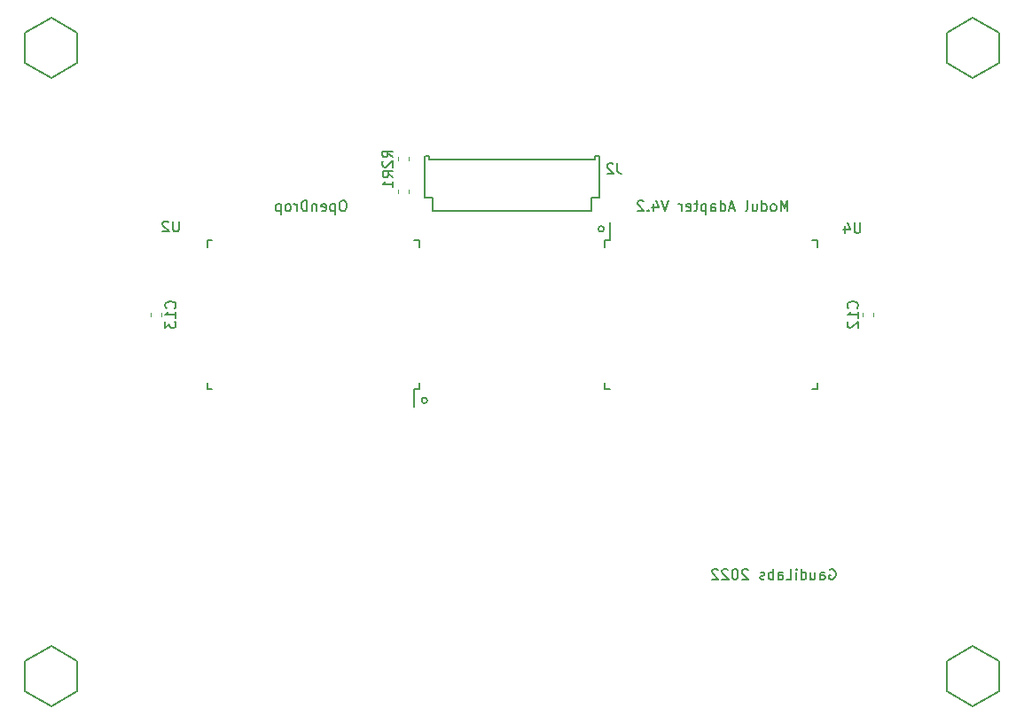
<source format=gbr>
G04 #@! TF.GenerationSoftware,KiCad,Pcbnew,5.1.5+dfsg1-2build2*
G04 #@! TF.CreationDate,2022-05-25T15:14:24+02:00*
G04 #@! TF.ProjectId,ModulAdapter,4d6f6475-6c41-4646-9170-7465722e6b69,rev?*
G04 #@! TF.SameCoordinates,Original*
G04 #@! TF.FileFunction,Legend,Bot*
G04 #@! TF.FilePolarity,Positive*
%FSLAX46Y46*%
G04 Gerber Fmt 4.6, Leading zero omitted, Abs format (unit mm)*
G04 Created by KiCad (PCBNEW 5.1.5+dfsg1-2build2) date 2022-05-25 15:14:24*
%MOMM*%
%LPD*%
G04 APERTURE LIST*
%ADD10C,0.150000*%
%ADD11C,0.120000*%
G04 APERTURE END LIST*
D10*
X130326933Y-123833200D02*
X130422171Y-123785580D01*
X130565028Y-123785580D01*
X130707885Y-123833200D01*
X130803123Y-123928438D01*
X130850742Y-124023676D01*
X130898361Y-124214152D01*
X130898361Y-124357009D01*
X130850742Y-124547485D01*
X130803123Y-124642723D01*
X130707885Y-124737961D01*
X130565028Y-124785580D01*
X130469790Y-124785580D01*
X130326933Y-124737961D01*
X130279314Y-124690342D01*
X130279314Y-124357009D01*
X130469790Y-124357009D01*
X129422171Y-124785580D02*
X129422171Y-124261771D01*
X129469790Y-124166533D01*
X129565028Y-124118914D01*
X129755504Y-124118914D01*
X129850742Y-124166533D01*
X129422171Y-124737961D02*
X129517409Y-124785580D01*
X129755504Y-124785580D01*
X129850742Y-124737961D01*
X129898361Y-124642723D01*
X129898361Y-124547485D01*
X129850742Y-124452247D01*
X129755504Y-124404628D01*
X129517409Y-124404628D01*
X129422171Y-124357009D01*
X128517409Y-124118914D02*
X128517409Y-124785580D01*
X128945980Y-124118914D02*
X128945980Y-124642723D01*
X128898361Y-124737961D01*
X128803123Y-124785580D01*
X128660266Y-124785580D01*
X128565028Y-124737961D01*
X128517409Y-124690342D01*
X127612647Y-124785580D02*
X127612647Y-123785580D01*
X127612647Y-124737961D02*
X127707885Y-124785580D01*
X127898361Y-124785580D01*
X127993600Y-124737961D01*
X128041219Y-124690342D01*
X128088838Y-124595104D01*
X128088838Y-124309390D01*
X128041219Y-124214152D01*
X127993600Y-124166533D01*
X127898361Y-124118914D01*
X127707885Y-124118914D01*
X127612647Y-124166533D01*
X127136457Y-124785580D02*
X127136457Y-124118914D01*
X127136457Y-123785580D02*
X127184076Y-123833200D01*
X127136457Y-123880819D01*
X127088838Y-123833200D01*
X127136457Y-123785580D01*
X127136457Y-123880819D01*
X126184076Y-124785580D02*
X126660266Y-124785580D01*
X126660266Y-123785580D01*
X125422171Y-124785580D02*
X125422171Y-124261771D01*
X125469790Y-124166533D01*
X125565028Y-124118914D01*
X125755504Y-124118914D01*
X125850742Y-124166533D01*
X125422171Y-124737961D02*
X125517409Y-124785580D01*
X125755504Y-124785580D01*
X125850742Y-124737961D01*
X125898361Y-124642723D01*
X125898361Y-124547485D01*
X125850742Y-124452247D01*
X125755504Y-124404628D01*
X125517409Y-124404628D01*
X125422171Y-124357009D01*
X124945980Y-124785580D02*
X124945980Y-123785580D01*
X124945980Y-124166533D02*
X124850742Y-124118914D01*
X124660266Y-124118914D01*
X124565028Y-124166533D01*
X124517409Y-124214152D01*
X124469790Y-124309390D01*
X124469790Y-124595104D01*
X124517409Y-124690342D01*
X124565028Y-124737961D01*
X124660266Y-124785580D01*
X124850742Y-124785580D01*
X124945980Y-124737961D01*
X124088838Y-124737961D02*
X123993600Y-124785580D01*
X123803123Y-124785580D01*
X123707885Y-124737961D01*
X123660266Y-124642723D01*
X123660266Y-124595104D01*
X123707885Y-124499866D01*
X123803123Y-124452247D01*
X123945980Y-124452247D01*
X124041219Y-124404628D01*
X124088838Y-124309390D01*
X124088838Y-124261771D01*
X124041219Y-124166533D01*
X123945980Y-124118914D01*
X123803123Y-124118914D01*
X123707885Y-124166533D01*
X122517409Y-123880819D02*
X122469790Y-123833200D01*
X122374552Y-123785580D01*
X122136457Y-123785580D01*
X122041219Y-123833200D01*
X121993600Y-123880819D01*
X121945980Y-123976057D01*
X121945980Y-124071295D01*
X121993600Y-124214152D01*
X122565028Y-124785580D01*
X121945980Y-124785580D01*
X121326933Y-123785580D02*
X121231695Y-123785580D01*
X121136457Y-123833200D01*
X121088838Y-123880819D01*
X121041219Y-123976057D01*
X120993600Y-124166533D01*
X120993600Y-124404628D01*
X121041219Y-124595104D01*
X121088838Y-124690342D01*
X121136457Y-124737961D01*
X121231695Y-124785580D01*
X121326933Y-124785580D01*
X121422171Y-124737961D01*
X121469790Y-124690342D01*
X121517409Y-124595104D01*
X121565028Y-124404628D01*
X121565028Y-124166533D01*
X121517409Y-123976057D01*
X121469790Y-123880819D01*
X121422171Y-123833200D01*
X121326933Y-123785580D01*
X120612647Y-123880819D02*
X120565028Y-123833200D01*
X120469790Y-123785580D01*
X120231695Y-123785580D01*
X120136457Y-123833200D01*
X120088838Y-123880819D01*
X120041219Y-123976057D01*
X120041219Y-124071295D01*
X120088838Y-124214152D01*
X120660266Y-124785580D01*
X120041219Y-124785580D01*
X119660266Y-123880819D02*
X119612647Y-123833200D01*
X119517409Y-123785580D01*
X119279314Y-123785580D01*
X119184076Y-123833200D01*
X119136457Y-123880819D01*
X119088838Y-123976057D01*
X119088838Y-124071295D01*
X119136457Y-124214152D01*
X119707885Y-124785580D01*
X119088838Y-124785580D01*
X83940457Y-88593880D02*
X83749980Y-88593880D01*
X83654742Y-88641500D01*
X83559504Y-88736738D01*
X83511885Y-88927214D01*
X83511885Y-89260547D01*
X83559504Y-89451023D01*
X83654742Y-89546261D01*
X83749980Y-89593880D01*
X83940457Y-89593880D01*
X84035695Y-89546261D01*
X84130933Y-89451023D01*
X84178552Y-89260547D01*
X84178552Y-88927214D01*
X84130933Y-88736738D01*
X84035695Y-88641500D01*
X83940457Y-88593880D01*
X83083314Y-88927214D02*
X83083314Y-89927214D01*
X83083314Y-88974833D02*
X82988076Y-88927214D01*
X82797600Y-88927214D01*
X82702361Y-88974833D01*
X82654742Y-89022452D01*
X82607123Y-89117690D01*
X82607123Y-89403404D01*
X82654742Y-89498642D01*
X82702361Y-89546261D01*
X82797600Y-89593880D01*
X82988076Y-89593880D01*
X83083314Y-89546261D01*
X81797600Y-89546261D02*
X81892838Y-89593880D01*
X82083314Y-89593880D01*
X82178552Y-89546261D01*
X82226171Y-89451023D01*
X82226171Y-89070071D01*
X82178552Y-88974833D01*
X82083314Y-88927214D01*
X81892838Y-88927214D01*
X81797600Y-88974833D01*
X81749980Y-89070071D01*
X81749980Y-89165309D01*
X82226171Y-89260547D01*
X81321409Y-88927214D02*
X81321409Y-89593880D01*
X81321409Y-89022452D02*
X81273790Y-88974833D01*
X81178552Y-88927214D01*
X81035695Y-88927214D01*
X80940457Y-88974833D01*
X80892838Y-89070071D01*
X80892838Y-89593880D01*
X80416647Y-89593880D02*
X80416647Y-88593880D01*
X80178552Y-88593880D01*
X80035695Y-88641500D01*
X79940457Y-88736738D01*
X79892838Y-88831976D01*
X79845219Y-89022452D01*
X79845219Y-89165309D01*
X79892838Y-89355785D01*
X79940457Y-89451023D01*
X80035695Y-89546261D01*
X80178552Y-89593880D01*
X80416647Y-89593880D01*
X79416647Y-89593880D02*
X79416647Y-88927214D01*
X79416647Y-89117690D02*
X79369028Y-89022452D01*
X79321409Y-88974833D01*
X79226171Y-88927214D01*
X79130933Y-88927214D01*
X78654742Y-89593880D02*
X78749980Y-89546261D01*
X78797600Y-89498642D01*
X78845219Y-89403404D01*
X78845219Y-89117690D01*
X78797600Y-89022452D01*
X78749980Y-88974833D01*
X78654742Y-88927214D01*
X78511885Y-88927214D01*
X78416647Y-88974833D01*
X78369028Y-89022452D01*
X78321409Y-89117690D01*
X78321409Y-89403404D01*
X78369028Y-89498642D01*
X78416647Y-89546261D01*
X78511885Y-89593880D01*
X78654742Y-89593880D01*
X77892838Y-88927214D02*
X77892838Y-89927214D01*
X77892838Y-88974833D02*
X77797600Y-88927214D01*
X77607123Y-88927214D01*
X77511885Y-88974833D01*
X77464266Y-89022452D01*
X77416647Y-89117690D01*
X77416647Y-89403404D01*
X77464266Y-89498642D01*
X77511885Y-89546261D01*
X77607123Y-89593880D01*
X77797600Y-89593880D01*
X77892838Y-89546261D01*
X126319857Y-89593880D02*
X126319857Y-88593880D01*
X125986523Y-89308166D01*
X125653190Y-88593880D01*
X125653190Y-89593880D01*
X125034142Y-89593880D02*
X125129380Y-89546261D01*
X125177000Y-89498642D01*
X125224619Y-89403404D01*
X125224619Y-89117690D01*
X125177000Y-89022452D01*
X125129380Y-88974833D01*
X125034142Y-88927214D01*
X124891285Y-88927214D01*
X124796047Y-88974833D01*
X124748428Y-89022452D01*
X124700809Y-89117690D01*
X124700809Y-89403404D01*
X124748428Y-89498642D01*
X124796047Y-89546261D01*
X124891285Y-89593880D01*
X125034142Y-89593880D01*
X123843666Y-89593880D02*
X123843666Y-88593880D01*
X123843666Y-89546261D02*
X123938904Y-89593880D01*
X124129380Y-89593880D01*
X124224619Y-89546261D01*
X124272238Y-89498642D01*
X124319857Y-89403404D01*
X124319857Y-89117690D01*
X124272238Y-89022452D01*
X124224619Y-88974833D01*
X124129380Y-88927214D01*
X123938904Y-88927214D01*
X123843666Y-88974833D01*
X122938904Y-88927214D02*
X122938904Y-89593880D01*
X123367476Y-88927214D02*
X123367476Y-89451023D01*
X123319857Y-89546261D01*
X123224619Y-89593880D01*
X123081761Y-89593880D01*
X122986523Y-89546261D01*
X122938904Y-89498642D01*
X122319857Y-89593880D02*
X122415095Y-89546261D01*
X122462714Y-89451023D01*
X122462714Y-88593880D01*
X121224619Y-89308166D02*
X120748428Y-89308166D01*
X121319857Y-89593880D02*
X120986523Y-88593880D01*
X120653190Y-89593880D01*
X119891285Y-89593880D02*
X119891285Y-88593880D01*
X119891285Y-89546261D02*
X119986523Y-89593880D01*
X120177000Y-89593880D01*
X120272238Y-89546261D01*
X120319857Y-89498642D01*
X120367476Y-89403404D01*
X120367476Y-89117690D01*
X120319857Y-89022452D01*
X120272238Y-88974833D01*
X120177000Y-88927214D01*
X119986523Y-88927214D01*
X119891285Y-88974833D01*
X118986523Y-89593880D02*
X118986523Y-89070071D01*
X119034142Y-88974833D01*
X119129380Y-88927214D01*
X119319857Y-88927214D01*
X119415095Y-88974833D01*
X118986523Y-89546261D02*
X119081761Y-89593880D01*
X119319857Y-89593880D01*
X119415095Y-89546261D01*
X119462714Y-89451023D01*
X119462714Y-89355785D01*
X119415095Y-89260547D01*
X119319857Y-89212928D01*
X119081761Y-89212928D01*
X118986523Y-89165309D01*
X118510333Y-88927214D02*
X118510333Y-89927214D01*
X118510333Y-88974833D02*
X118415095Y-88927214D01*
X118224619Y-88927214D01*
X118129380Y-88974833D01*
X118081761Y-89022452D01*
X118034142Y-89117690D01*
X118034142Y-89403404D01*
X118081761Y-89498642D01*
X118129380Y-89546261D01*
X118224619Y-89593880D01*
X118415095Y-89593880D01*
X118510333Y-89546261D01*
X117748428Y-88927214D02*
X117367476Y-88927214D01*
X117605571Y-88593880D02*
X117605571Y-89451023D01*
X117557952Y-89546261D01*
X117462714Y-89593880D01*
X117367476Y-89593880D01*
X116653190Y-89546261D02*
X116748428Y-89593880D01*
X116938904Y-89593880D01*
X117034142Y-89546261D01*
X117081761Y-89451023D01*
X117081761Y-89070071D01*
X117034142Y-88974833D01*
X116938904Y-88927214D01*
X116748428Y-88927214D01*
X116653190Y-88974833D01*
X116605571Y-89070071D01*
X116605571Y-89165309D01*
X117081761Y-89260547D01*
X116177000Y-89593880D02*
X116177000Y-88927214D01*
X116177000Y-89117690D02*
X116129380Y-89022452D01*
X116081761Y-88974833D01*
X115986523Y-88927214D01*
X115891285Y-88927214D01*
X114938904Y-88593880D02*
X114605571Y-89593880D01*
X114272238Y-88593880D01*
X113510333Y-88927214D02*
X113510333Y-89593880D01*
X113748428Y-88546261D02*
X113986523Y-89260547D01*
X113367476Y-89260547D01*
X112986523Y-89498642D02*
X112938904Y-89546261D01*
X112986523Y-89593880D01*
X113034142Y-89546261D01*
X112986523Y-89498642D01*
X112986523Y-89593880D01*
X112557952Y-88689119D02*
X112510333Y-88641500D01*
X112415095Y-88593880D01*
X112177000Y-88593880D01*
X112081761Y-88641500D01*
X112034142Y-88689119D01*
X111986523Y-88784357D01*
X111986523Y-88879595D01*
X112034142Y-89022452D01*
X112605571Y-89593880D01*
X111986523Y-89593880D01*
X108778408Y-91300500D02*
G75*
G03X108778408Y-91300500I-269408J0D01*
G01*
X91887408Y-107683500D02*
G75*
G03X91887408Y-107683500I-269408J0D01*
G01*
X108875000Y-92375000D02*
X109325000Y-92375000D01*
X108875000Y-106625000D02*
X109325000Y-106625000D01*
X129125000Y-106625000D02*
X128675000Y-106625000D01*
X129125000Y-92375000D02*
X128675000Y-92375000D01*
X108875000Y-92375000D02*
X108875000Y-93025000D01*
X129125000Y-92375000D02*
X129125000Y-93025000D01*
X129125000Y-106625000D02*
X129125000Y-105975000D01*
X108875000Y-106625000D02*
X108875000Y-105975000D01*
X109325000Y-92375000D02*
X109325000Y-90700000D01*
X91125000Y-106625000D02*
X90675000Y-106625000D01*
X91125000Y-92375000D02*
X90675000Y-92375000D01*
X70875000Y-92375000D02*
X71325000Y-92375000D01*
X70875000Y-106625000D02*
X71325000Y-106625000D01*
X91125000Y-106625000D02*
X91125000Y-105975000D01*
X70875000Y-106625000D02*
X70875000Y-105975000D01*
X70875000Y-92375000D02*
X70875000Y-93025000D01*
X91125000Y-92375000D02*
X91125000Y-93025000D01*
X90675000Y-106625000D02*
X90675000Y-108300000D01*
X53500000Y-72560000D02*
X56000000Y-71120000D01*
X53500000Y-75440000D02*
X53500000Y-72560000D01*
X56000000Y-76880000D02*
X53500000Y-75440000D01*
X58500000Y-75440000D02*
X56000000Y-76880000D01*
X58500000Y-72560000D02*
X56000000Y-71120000D01*
X58500000Y-72560000D02*
X58500000Y-75440000D01*
X146500000Y-72560000D02*
X146500000Y-75440000D01*
X146500000Y-72560000D02*
X144000000Y-71120000D01*
X146500000Y-75440000D02*
X144000000Y-76880000D01*
X144000000Y-76880000D02*
X141500000Y-75440000D01*
X141500000Y-75440000D02*
X141500000Y-72560000D01*
X141500000Y-72560000D02*
X144000000Y-71120000D01*
X58500000Y-132560000D02*
X58500000Y-135440000D01*
X58500000Y-132560000D02*
X56000000Y-131120000D01*
X58500000Y-135440000D02*
X56000000Y-136880000D01*
X56000000Y-136880000D02*
X53500000Y-135440000D01*
X53500000Y-135440000D02*
X53500000Y-132560000D01*
X53500000Y-132560000D02*
X56000000Y-131120000D01*
X141500000Y-132560000D02*
X144000000Y-131120000D01*
X141500000Y-135440000D02*
X141500000Y-132560000D01*
X144000000Y-136880000D02*
X141500000Y-135440000D01*
X146500000Y-135440000D02*
X144000000Y-136880000D01*
X146500000Y-132560000D02*
X144000000Y-131120000D01*
X146500000Y-132560000D02*
X146500000Y-135440000D01*
X107900000Y-84700000D02*
X92100000Y-84700000D01*
X92450000Y-88300000D02*
X92450000Y-89600000D01*
X107550000Y-88300000D02*
X107550000Y-89600000D01*
X91650000Y-84300000D02*
X91650000Y-88300000D01*
X108350000Y-84300000D02*
X108350000Y-88300000D01*
X108300000Y-84300000D02*
X107900000Y-84300000D01*
X91700000Y-84300000D02*
X92100000Y-84300000D01*
X92450000Y-89600000D02*
X107550000Y-89600000D01*
X108350000Y-88300000D02*
X107550000Y-88300000D01*
X91650000Y-88300000D02*
X92450000Y-88300000D01*
X107900000Y-84700000D02*
X107900000Y-84300000D01*
X92100000Y-84700000D02*
X92100000Y-84300000D01*
D11*
X133490000Y-99337221D02*
X133490000Y-99662779D01*
X134510000Y-99337221D02*
X134510000Y-99662779D01*
X65490000Y-99662779D02*
X65490000Y-99337221D01*
X66510000Y-99662779D02*
X66510000Y-99337221D01*
X90096000Y-87869279D02*
X90096000Y-87543721D01*
X89076000Y-87869279D02*
X89076000Y-87543721D01*
X90096000Y-84444721D02*
X90096000Y-84770279D01*
X89076000Y-84444721D02*
X89076000Y-84770279D01*
D10*
X133255904Y-90702380D02*
X133255904Y-91511904D01*
X133208285Y-91607142D01*
X133160666Y-91654761D01*
X133065428Y-91702380D01*
X132874952Y-91702380D01*
X132779714Y-91654761D01*
X132732095Y-91607142D01*
X132684476Y-91511904D01*
X132684476Y-90702380D01*
X131779714Y-91035714D02*
X131779714Y-91702380D01*
X132017809Y-90654761D02*
X132255904Y-91369047D01*
X131636857Y-91369047D01*
X68186404Y-90562380D02*
X68186404Y-91371904D01*
X68138785Y-91467142D01*
X68091166Y-91514761D01*
X67995928Y-91562380D01*
X67805452Y-91562380D01*
X67710214Y-91514761D01*
X67662595Y-91467142D01*
X67614976Y-91371904D01*
X67614976Y-90562380D01*
X67186404Y-90657619D02*
X67138785Y-90610000D01*
X67043547Y-90562380D01*
X66805452Y-90562380D01*
X66710214Y-90610000D01*
X66662595Y-90657619D01*
X66614976Y-90752857D01*
X66614976Y-90848095D01*
X66662595Y-90990952D01*
X67234023Y-91562380D01*
X66614976Y-91562380D01*
X110056453Y-85025180D02*
X110056453Y-85739466D01*
X110104072Y-85882323D01*
X110199310Y-85977561D01*
X110342167Y-86025180D01*
X110437405Y-86025180D01*
X109627881Y-85120419D02*
X109580262Y-85072800D01*
X109485024Y-85025180D01*
X109246929Y-85025180D01*
X109151691Y-85072800D01*
X109104072Y-85120419D01*
X109056453Y-85215657D01*
X109056453Y-85310895D01*
X109104072Y-85453752D01*
X109675500Y-86025180D01*
X109056453Y-86025180D01*
X132927142Y-98857142D02*
X132974761Y-98809523D01*
X133022380Y-98666666D01*
X133022380Y-98571428D01*
X132974761Y-98428571D01*
X132879523Y-98333333D01*
X132784285Y-98285714D01*
X132593809Y-98238095D01*
X132450952Y-98238095D01*
X132260476Y-98285714D01*
X132165238Y-98333333D01*
X132070000Y-98428571D01*
X132022380Y-98571428D01*
X132022380Y-98666666D01*
X132070000Y-98809523D01*
X132117619Y-98857142D01*
X133022380Y-99809523D02*
X133022380Y-99238095D01*
X133022380Y-99523809D02*
X132022380Y-99523809D01*
X132165238Y-99428571D01*
X132260476Y-99333333D01*
X132308095Y-99238095D01*
X132117619Y-100190476D02*
X132070000Y-100238095D01*
X132022380Y-100333333D01*
X132022380Y-100571428D01*
X132070000Y-100666666D01*
X132117619Y-100714285D01*
X132212857Y-100761904D01*
X132308095Y-100761904D01*
X132450952Y-100714285D01*
X133022380Y-100142857D01*
X133022380Y-100761904D01*
X67787142Y-98857142D02*
X67834761Y-98809523D01*
X67882380Y-98666666D01*
X67882380Y-98571428D01*
X67834761Y-98428571D01*
X67739523Y-98333333D01*
X67644285Y-98285714D01*
X67453809Y-98238095D01*
X67310952Y-98238095D01*
X67120476Y-98285714D01*
X67025238Y-98333333D01*
X66930000Y-98428571D01*
X66882380Y-98571428D01*
X66882380Y-98666666D01*
X66930000Y-98809523D01*
X66977619Y-98857142D01*
X67882380Y-99809523D02*
X67882380Y-99238095D01*
X67882380Y-99523809D02*
X66882380Y-99523809D01*
X67025238Y-99428571D01*
X67120476Y-99333333D01*
X67168095Y-99238095D01*
X66882380Y-100142857D02*
X66882380Y-100761904D01*
X67263333Y-100428571D01*
X67263333Y-100571428D01*
X67310952Y-100666666D01*
X67358571Y-100714285D01*
X67453809Y-100761904D01*
X67691904Y-100761904D01*
X67787142Y-100714285D01*
X67834761Y-100666666D01*
X67882380Y-100571428D01*
X67882380Y-100285714D01*
X67834761Y-100190476D01*
X67787142Y-100142857D01*
X88641380Y-86371333D02*
X88165190Y-86038000D01*
X88641380Y-85799904D02*
X87641380Y-85799904D01*
X87641380Y-86180857D01*
X87689000Y-86276095D01*
X87736619Y-86323714D01*
X87831857Y-86371333D01*
X87974714Y-86371333D01*
X88069952Y-86323714D01*
X88117571Y-86276095D01*
X88165190Y-86180857D01*
X88165190Y-85799904D01*
X88641380Y-87323714D02*
X88641380Y-86752285D01*
X88641380Y-87038000D02*
X87641380Y-87038000D01*
X87784238Y-86942761D01*
X87879476Y-86847523D01*
X87927095Y-86752285D01*
X88608380Y-84440833D02*
X88132190Y-84107500D01*
X88608380Y-83869404D02*
X87608380Y-83869404D01*
X87608380Y-84250357D01*
X87656000Y-84345595D01*
X87703619Y-84393214D01*
X87798857Y-84440833D01*
X87941714Y-84440833D01*
X88036952Y-84393214D01*
X88084571Y-84345595D01*
X88132190Y-84250357D01*
X88132190Y-83869404D01*
X87703619Y-84821785D02*
X87656000Y-84869404D01*
X87608380Y-84964642D01*
X87608380Y-85202738D01*
X87656000Y-85297976D01*
X87703619Y-85345595D01*
X87798857Y-85393214D01*
X87894095Y-85393214D01*
X88036952Y-85345595D01*
X88608380Y-84774166D01*
X88608380Y-85393214D01*
M02*

</source>
